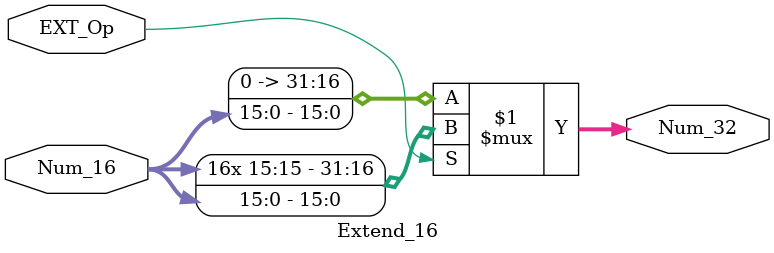
<source format=v>
module Extend_5 (
        In,
        Out
    );

    input  wire [4 : 0]  In;

    output wire [31 : 0] Out;

    assign Out = {27'b0, In};

endmodule

module Extend_16(
        Num_16,
        EXT_Op,
        Num_32
    );

    input  [15 : 0] Num_16;
    input           EXT_Op;

    output [31 : 0] Num_32;

    // signed-extension(EXT_Op != 0) or zero extension(EXT_Op == 0)
    assign Num_32 = (EXT_Op) ? {{16{Num_16[15]}}, Num_16} : {16'b0, Num_16};

endmodule

</source>
